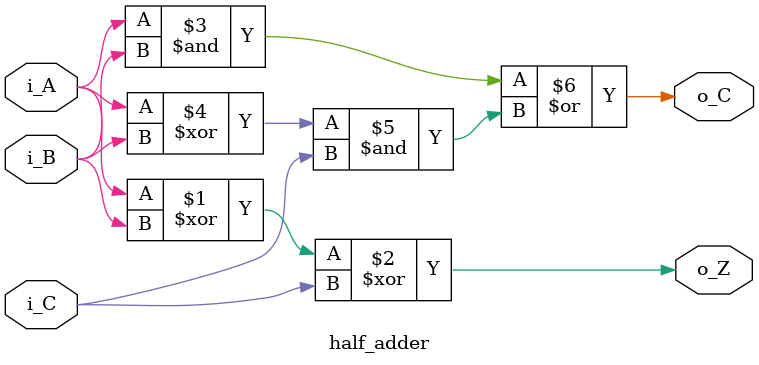
<source format=v>
module half_adder(
	i_A,
	i_B,
	i_C,
	o_Z,
	o_C
);

input i_A;
input i_B;
input i_C;
output o_Z;
output o_C;

assign o_Z = i_A ^ i_B ^ i_C;
assign o_C = (i_A & i_B) | ((i_A ^ i_B) & i_C);

endmodule
</source>
